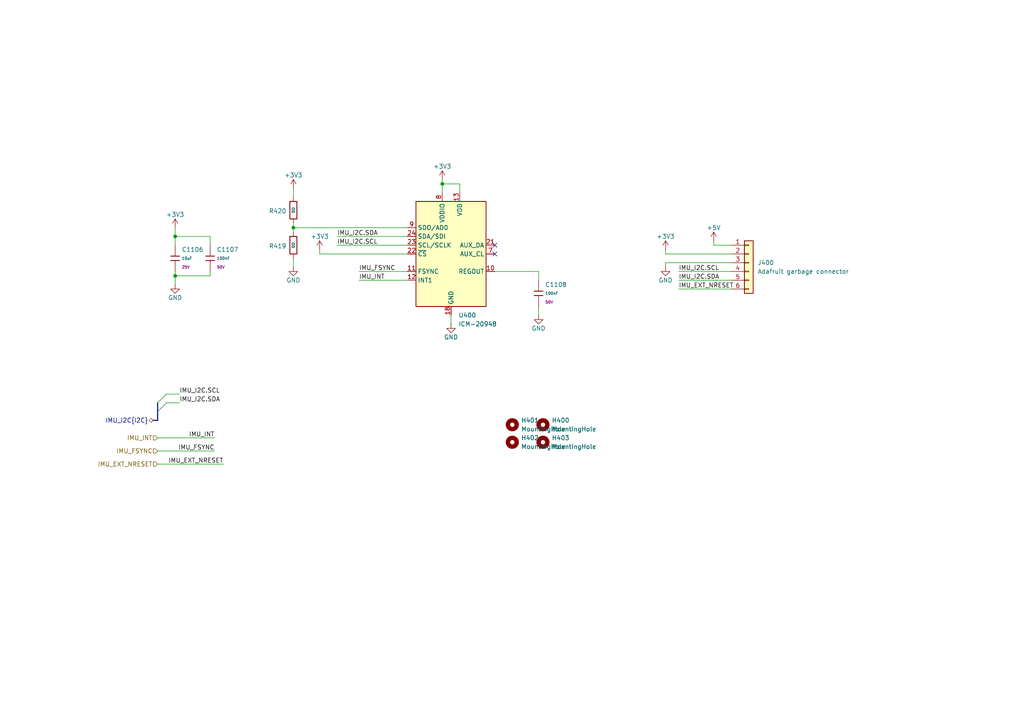
<source format=kicad_sch>
(kicad_sch (version 20250114) (generator "eeschema") (generator_version "9.0")
  (paper "A4")
  (title_block (title "ModuCard nav module") (date "2025-04-20") (comment 1 "Base project authors: Dominik Pluta, Artem Horiunov") (comment 2 "Project author: Patryk Dudziński"))
  (lib_symbols
    (symbol "Connector_Generic:Conn_01x06" (pin_names (offset 1.016) (hide yes))
      (property "Reference" "J" (at 0 7.62 0))
      (property "Value" "Conn_01x06" (at 0 -10.16 0))
      (symbol "Conn_01x06_1_1"
        (rectangle (start -1.27 6.35) (end 1.27 -8.89) (stroke (width 0.254)) (fill (type background)))
        (rectangle (start -1.27 5.207) (end 0 4.953) (stroke (width 0.1524)))
        (rectangle (start -1.27 2.667) (end 0 2.413) (stroke (width 0.1524)))
        (rectangle (start -1.27 0.127) (end 0 -0.127) (stroke (width 0.1524)))
        (rectangle (start -1.27 -2.413) (end 0 -2.667) (stroke (width 0.1524)))
        (rectangle (start -1.27 -4.953) (end 0 -5.207) (stroke (width 0.1524)))
        (rectangle (start -1.27 -7.493) (end 0 -7.747) (stroke (width 0.1524)))
        (pin passive line (at -5.08 5.08 0) (length 3.81) (name "Pin_1") (number "1"))
        (pin passive line (at -5.08 2.54 0) (length 3.81) (name "Pin_2") (number "2"))
        (pin passive line (at -5.08 0 0) (length 3.81) (name "Pin_3") (number "3"))
        (pin passive line (at -5.08 -2.54 0) (length 3.81) (name "Pin_4") (number "4"))
        (pin passive line (at -5.08 -5.08 0) (length 3.81) (name "Pin_5") (number "5"))
        (pin passive line (at -5.08 -7.62 0) (length 3.81) (name "Pin_6") (number "6"))
      )
    )
    (symbol "Mechanical:MountingHole" (pin_names (offset 1.016)) (in_bom no)
      (property "Reference" "H" (at 0 5.08 0))
      (property "Value" "MountingHole" (at 0 3.175 0))
      (symbol "MountingHole_0_1"
        (circle (center 0 0) (radius 1.27) (stroke (width 1.27)))
      )
    )
    (symbol "PCM_JLCPCB-Capacitors:0402,100nF,(2)" (pin_numbers (hide yes)) (pin_names (offset 0))
      (property "Reference" "C" (at 2.032 1.668 0))
      (property "Value" "100nF" (at 2.032 -0.3782 0))
      (property "Voltage Rated" "50V" (at 2.032 -2.0462 0))
      (symbol "0402,100nF,(2)_0_1"
        (polyline (pts (xy -1.27 0.635) (xy 1.27 0.635)) (stroke (width 0.254)))
        (polyline (pts (xy -1.27 -0.635) (xy 1.27 -0.635)) (stroke (width 0.254)))
      )
      (symbol "0402,100nF,(2)_1_1"
        (pin passive line (at 0 3.81 270) (length 3.175) (name "~") (number "1"))
        (pin passive line (at 0 -3.81 90) (length 3.175) (name "~") (number "2"))
      )
    )
    (symbol "PCM_JLCPCB-Capacitors:0603,10uF,(2)" (pin_numbers (hide yes)) (pin_names (offset 0))
      (property "Reference" "C" (at 2.032 1.668 0))
      (property "Value" "10uF" (at 2.032 -0.3782 0))
      (property "Voltage Rated" "25V" (at 2.032 -2.0462 0))
      (symbol "0603,10uF,(2)_0_1"
        (polyline (pts (xy -1.27 0.635) (xy 1.27 0.635)) (stroke (width 0.254)))
        (polyline (pts (xy -1.27 -0.635) (xy 1.27 -0.635)) (stroke (width 0.254)))
      )
      (symbol "0603,10uF,(2)_1_1"
        (pin passive line (at 0 3.81 270) (length 3.175) (name "~") (number "1"))
        (pin passive line (at 0 -3.81 90) (length 3.175) (name "~") (number "2"))
      )
    )
    (symbol "PCM_JLCPCB-Resistors:0402,0Ω" (pin_numbers (hide yes)) (pin_names (offset 0))
      (property "Reference" "R" (at 1.778 0 0))
      (property "Value" "0Ω" (at 0 0 90))
      (symbol "0402,0Ω_0_1"
        (rectangle (start -1.016 2.54) (end 1.016 -2.54) (stroke (width 0.254)))
      )
      (symbol "0402,0Ω_1_1"
        (pin passive line (at 0 3.81 270) (length 1.27) (name "~") (number "1"))
        (pin passive line (at 0 -3.81 90) (length 1.27) (name "~") (number "2"))
      )
    )
    (symbol "Sensor_Motion:ICM-20948"
      (property "Reference" "U" (at -11.43 16.51 0))
      (property "Value" "ICM-20948" (at 7.62 -16.51 0))
      (symbol "ICM-20948_0_1"
        (rectangle (start -10.16 15.24) (end 10.16 -15.24) (stroke (width 0.254)) (fill (type background)))
      )
      (symbol "ICM-20948_1_1"
        (pin bidirectional line (at -12.7 7.62 0) (length 2.54) (name "SDO/AD0") (number "9"))
        (pin bidirectional line (at -12.7 5.08 0) (length 2.54) (name "SDA/SDI") (number "24"))
        (pin input line (at -12.7 2.54 0) (length 2.54) (name "SCL/SCLK") (number "23"))
        (pin input line (at -12.7 0 0) (length 2.54) (name "~{CS}") (number "22"))
        (pin input line (at -12.7 -5.08 0) (length 2.54) (name "FSYNC") (number "11"))
        (pin output line (at -12.7 -7.62 0) (length 2.54) (name "INT1") (number "12"))
        (pin no_connect line (at -10.16 12.7 0) (length 2.54) (hide yes) (name "NC") (number "1"))
        (pin no_connect line (at -10.16 10.16 0) (length 2.54) (hide yes) (name "NC") (number "2"))
        (pin no_connect line (at -10.16 -2.54 0) (length 2.54) (hide yes) (name "NC") (number "3"))
        (pin no_connect line (at -10.16 -10.16 0) (length 2.54) (hide yes) (name "NC") (number "4"))
        (pin no_connect line (at -10.16 -12.7 0) (length 2.54) (hide yes) (name "NC") (number "5"))
        (pin power_in line (at -2.54 17.78 270) (length 2.54) (name "VDDIO") (number "8"))
        (pin power_in line (at 0 -17.78 90) (length 2.54) (name "GND") (number "18"))
        (pin passive line (at 0 -17.78 90) (length 2.54) (hide yes) (name "GND") (number "20"))
        (pin power_in line (at 2.54 17.78 270) (length 2.54) (name "VDD") (number "13"))
        (pin no_connect line (at 10.16 10.16 180) (length 2.54) (hide yes) (name "NC") (number "6"))
        (pin no_connect line (at 10.16 7.62 180) (length 2.54) (hide yes) (name "NC") (number "14"))
        (pin no_connect line (at 10.16 5.08 180) (length 2.54) (hide yes) (name "NC") (number "15"))
        (pin no_connect line (at 10.16 -7.62 180) (length 2.54) (hide yes) (name "NC") (number "16"))
        (pin no_connect line (at 10.16 -10.16 180) (length 2.54) (hide yes) (name "NC") (number "17"))
        (pin no_connect line (at 10.16 -12.7 180) (length 2.54) (hide yes) (name "RESV") (number "19"))
        (pin bidirectional line (at 12.7 2.54 180) (length 2.54) (name "AUX_DA") (number "21"))
        (pin output line (at 12.7 0 180) (length 2.54) (name "AUX_CL") (number "7"))
        (pin passive line (at 12.7 -5.08 180) (length 2.54) (name "REGOUT") (number "10"))
      )
    )
    (symbol "power:+5V" (power) (pin_numbers (hide yes)) (pin_names (offset 0) (hide yes))
      (property "Value" "+5V" (at 0 3.556 0))
      (symbol "+5V_0_1"
        (polyline (pts (xy -0.762 1.27) (xy 0 2.54)))
        (polyline (pts (xy 0 2.54) (xy 0.762 1.27)))
        (polyline (pts (xy 0 0) (xy 0 2.54)))
      )
      (symbol "+5V_1_1"
        (pin power_in line (at 0 0 90) (length 0) (name "~") (number "1"))
      )
    )
    (symbol "power:GND" (power) (pin_numbers (hide yes)) (pin_names (offset 0) (hide yes))
      (property "Value" "GND" (at 0 -3.81 0))
      (symbol "GND_0_1"
        (polyline (pts (xy 0 0) (xy 0 -1.27) (xy 1.27 -1.27) (xy 0 -2.54) (xy -1.27 -1.27) (xy 0 -1.27)))
      )
      (symbol "GND_1_1"
        (pin power_in line (at 0 0 270) (length 0) (name "~") (number "1"))
      )
    )
  )
  (junction (at 85.09 66.04))
  (junction (at 50.8 68.58))
  (junction (at 128.27 53.34))
  (junction (at 50.8 80.01))
  (no_connect (at 143.51 73.66))
  (no_connect (at 143.51 71.12))
  (bus_entry (at 45.72 116.84) (size 2.54 -2.54))
  (bus_entry (at 45.72 119.38) (size 2.54 -2.54))
  (wire (pts (xy 128.27 53.34) (xy 133.35 53.34)))
  (wire (pts (xy 118.11 66.04) (xy 85.09 66.04)))
  (bus (pts (xy 45.72 116.84) (xy 45.72 119.38)))
  (wire (pts (xy 60.96 68.58) (xy 60.96 71.12)))
  (wire (pts (xy 193.04 76.2) (xy 212.09 76.2)))
  (wire (pts (xy 104.14 81.28) (xy 118.11 81.28)))
  (wire (pts (xy 130.81 91.44) (xy 130.81 93.98)))
  (wire (pts (xy 156.21 88.9) (xy 156.21 91.44)))
  (wire (pts (xy 193.04 72.39) (xy 193.04 73.66)))
  (wire (pts (xy 50.8 80.01) (xy 50.8 82.55)))
  (wire (pts (xy 45.72 130.81) (xy 62.23 130.81)))
  (wire (pts (xy 45.72 127) (xy 62.23 127)))
  (wire (pts (xy 133.35 55.88) (xy 133.35 53.34)))
  (wire (pts (xy 92.71 73.66) (xy 118.11 73.66)))
  (wire (pts (xy 156.21 78.74) (xy 143.51 78.74)))
  (bus (pts (xy 44.45 121.92) (xy 45.72 121.92)))
  (wire (pts (xy 92.71 72.39) (xy 92.71 73.66)))
  (wire (pts (xy 85.09 74.93) (xy 85.09 77.47)))
  (wire (pts (xy 48.26 114.3) (xy 52.07 114.3)))
  (wire (pts (xy 85.09 54.61) (xy 85.09 57.15)))
  (wire (pts (xy 48.26 116.84) (xy 52.07 116.84)))
  (wire (pts (xy 207.01 69.85) (xy 207.01 71.12)))
  (wire (pts (xy 50.8 80.01) (xy 60.96 80.01)))
  (wire (pts (xy 196.85 83.82) (xy 212.09 83.82)))
  (wire (pts (xy 50.8 78.74) (xy 50.8 80.01)))
  (wire (pts (xy 50.8 66.04) (xy 50.8 68.58)))
  (wire (pts (xy 97.79 71.12) (xy 118.11 71.12)))
  (wire (pts (xy 196.85 78.74) (xy 212.09 78.74)))
  (wire (pts (xy 97.79 68.58) (xy 118.11 68.58)))
  (wire (pts (xy 104.14 78.74) (xy 118.11 78.74)))
  (wire (pts (xy 60.96 78.74) (xy 60.96 80.01)))
  (wire (pts (xy 45.72 134.62) (xy 64.77 134.62)))
  (bus (pts (xy 45.72 119.38) (xy 45.72 121.92)))
  (wire (pts (xy 196.85 81.28) (xy 212.09 81.28)))
  (wire (pts (xy 85.09 64.77) (xy 85.09 66.04)))
  (wire (pts (xy 85.09 67.31) (xy 85.09 66.04)))
  (wire (pts (xy 60.96 68.58) (xy 50.8 68.58)))
  (wire (pts (xy 128.27 53.34) (xy 128.27 55.88)))
  (wire (pts (xy 50.8 68.58) (xy 50.8 71.12)))
  (wire (pts (xy 193.04 73.66) (xy 212.09 73.66)))
  (wire (pts (xy 128.27 52.07) (xy 128.27 53.34)))
  (wire (pts (xy 156.21 78.74) (xy 156.21 81.28)))
  (wire (pts (xy 212.09 71.12) (xy 207.01 71.12)))
  (wire (pts (xy 193.04 77.47) (xy 193.04 76.2)))
  (label "IMU_EXT_NRESET" (at 196.85 83.82 0))
  (label "IMU_FSYNC" (at 62.23 130.81 180))
  (label "IMU_I2C.SCL" (at 97.79 71.12 0))
  (label "IMU_I2C.SCL" (at 196.85 78.74 0))
  (label "IMU_EXT_NRESET" (at 64.77 134.62 180))
  (label "IMU_I2C.SDA" (at 97.79 68.58 0))
  (label "IMU_FSYNC" (at 104.14 78.74 0))
  (label "IMU_I2C.SDA" (at 52.07 116.84 0))
  (label "IMU_INT" (at 104.14 81.28 0))
  (label "IMU_I2C.SDA" (at 196.85 81.28 0))
  (label "IMU_INT" (at 62.23 127 180))
  (label "IMU_I2C.SCL" (at 52.07 114.3 0))
  (hierarchical_label "IMU_EXT_NRESET" (shape input) (at 45.72 134.62 180))
  (hierarchical_label "IMU_INT" (shape input) (at 45.72 127 180))
  (hierarchical_label "IMU_FSYNC" (shape input) (at 45.72 130.81 180))
  (hierarchical_label "IMU_I2C{I2C}" (shape bidirectional) (at 44.45 121.92 180))
  (symbol (lib_id "Connector_Generic:Conn_01x06") (at 217.17 76.2 0) (unit 1)
    (property "Reference" "J400" (at 219.71 76.1999 0) (effects (justify left)))
    (property "Value" "Adafruit garbage connector" (at 219.71 78.7399 0) (effects (justify left)))
    (property "Footprint" "Connector_Molex:Molex_KK-254_AE-6410-06A_1x06_P2.54mm_Vertical" (effects (hide yes)))
    (property "Description" "Generic connector, single row, 01x06, script generated (kicad-library-utils/schlib/autogen/connector/)" (effects (hide yes)))
  )
  (symbol (lib_id "Mechanical:MountingHole") (at 157.48 128.27 0) (unit 1) (in_bom no)
    (property "Reference" "H403" (at 160.02 126.9999 0) (effects (justify left)))
    (property "Value" "MountingHole" (at 160.02 129.5399 0) (effects (justify left)))
    (property "Footprint" "MountingHole:MountingHole_3.5mm" (effects (hide yes)))
    (property "Description" "Mounting Hole without connection" (effects (hide yes)))
  )
  (symbol (lib_id "Mechanical:MountingHole") (at 148.59 128.27 0) (unit 1) (in_bom no)
    (property "Reference" "H402" (at 151.13 126.9999 0) (effects (justify left)))
    (property "Value" "MountingHole" (at 151.13 129.5399 0) (effects (justify left)))
    (property "Footprint" "MountingHole:MountingHole_3.5mm" (effects (hide yes)))
    (property "Description" "Mounting Hole without connection" (effects (hide yes)))
  )
  (symbol (lib_id "power:+5V") (at 92.71 72.39 0) (unit 1)
    (property "Reference" "#PWR01116" (effects (hide yes)))
    (property "Value" "+3V3" (at 92.71 68.58 0))
    (property "Description" "Power symbol creates a global label with name \"+5V\"" (effects (hide yes)))
  )
  (symbol (lib_id "PCM_JLCPCB-Resistors:0402,0Ω") (at 85.09 60.96 0) (unit 1)
    (property "Reference" "R420" (at 77.978 61.214 0) (effects (justify left)))
    (property "Value" "0Ω" (at 85.09 60.96 90) (effects (font (size 0.8 0.8))))
    (property "Footprint" "PCM_JLCPCB:R_0402" (effects (hide yes)))
    (property "Datasheet" "https://www.lcsc.com/datasheet/lcsc_datasheet_2206010216_UNI-ROYAL-Uniroyal-Elec-0402WGF0000TCE_C17168.pdf" (effects (hide yes)))
    (property "Description" "62.5mW Thick Film Resistors 50V ±800ppm/°C ±1% 0Ω 0402 Chip Resistor - Surface Mount ROHS" (effects (hide yes)))
    (property "LCSC" "C17168" (effects (hide yes)))
    (property "Stock" "3798123" (effects (hide yes)))
    (property "Price" "0.004USD" (effects (hide yes)))
    (property "Process" "SMT" (effects (hide yes)))
    (property "Minimum Qty" "20" (effects (hide yes)))
    (property "Attrition Qty" "10" (effects (hide yes)))
    (property "Class" "Basic Component" (effects (hide yes)))
    (property "Category" "Resistors,Chip Resistor - Surface Mount" (effects (hide yes)))
    (property "Manufacturer" "UNI-ROYAL(Uniroyal Elec)" (effects (hide yes)))
    (property "Part" "0402WGF0000TCE" (effects (hide yes)))
    (property "Resistance" "0Ω" (effects (hide yes)))
    (property "Power(Watts)" "62.5mW" (effects (hide yes)))
    (property "Type" "Thick Film Resistors" (effects (hide yes)))
    (property "Overload Voltage (Max)" "50V" (effects (hide yes)))
    (property "Operating Temperature Range" "-55°C~+155°C" (effects (hide yes)))
    (property "Tolerance" "±1%" (effects (hide yes)))
    (property "Temperature Coefficient" "±800ppm/°C" (effects (hide yes)))
  )
  (symbol (lib_id "PCM_JLCPCB-Capacitors:0603,10uF,(2)") (at 50.8 74.93 0) (unit 1)
    (property "Reference" "C1106" (at 52.705 72.39 0) (effects (justify left)))
    (property "Value" "10uF" (at 52.705 74.9301 0) (effects (font (size 0.8 0.8)) (justify left)))
    (property "Footprint" "PCM_JLCPCB:C_0603" (effects (hide yes)))
    (property "Datasheet" "https://www.lcsc.com/datasheet/lcsc_datasheet_2304140030_Samsung-Electro-Mechanics-CL10A106MA8NRNC_C96446.pdf" (effects (hide yes)))
    (property "Description" "25V 10uF X5R ±20% 0603 Multilayer Ceramic Capacitors MLCC - SMD/SMT ROHS" (effects (hide yes)))
    (property "LCSC" "C96446" (effects (hide yes)))
    (property "Stock" "4293394" (effects (hide yes)))
    (property "Price" "0.017USD" (effects (hide yes)))
    (property "Process" "SMT" (effects (hide yes)))
    (property "Minimum Qty" "20" (effects (hide yes)))
    (property "Attrition Qty" "8" (effects (hide yes)))
    (property "Class" "Basic Component" (effects (hide yes)))
    (property "Category" "Capacitors,Multilayer Ceramic Capacitors MLCC - SMD/SMT" (effects (hide yes)))
    (property "Manufacturer" "Samsung Electro-Mechanics" (effects (hide yes)))
    (property "Part" "CL10A106MA8NRNC" (effects (hide yes)))
    (property "Voltage Rated" "25V" (at 52.705 77.4701 0) (effects (font (size 0.8 0.8)) (justify left)))
    (property "Tolerance" "±20%" (effects (hide yes)))
    (property "Capacitance" "10uF" (effects (hide yes)))
    (property "Temperature Coefficient" "X5R" (effects (hide yes)))
  )
  (symbol (lib_id "PCM_JLCPCB-Capacitors:0402,100nF,(2)") (at 156.21 85.09 0) (unit 1)
    (property "Reference" "C1108" (at 158.115 82.5499 0) (effects (justify left)))
    (property "Value" "100nF" (at 158.115 85.09 0) (effects (font (size 0.8 0.8)) (justify left)))
    (property "Footprint" "PCM_JLCPCB:C_0402" (effects (hide yes)))
    (property "Datasheet" "https://www.lcsc.com/datasheet/lcsc_datasheet_2304140030_Samsung-Electro-Mechanics-CL05B104KB54PNC_C307331.pdf" (effects (hide yes)))
    (property "Description" "50V 100nF X7R ±10% 0402 Multilayer Ceramic Capacitors MLCC - SMD/SMT ROHS" (effects (hide yes)))
    (property "LCSC" "C307331" (effects (hide yes)))
    (property "Stock" "5427590" (effects (hide yes)))
    (property "Price" "0.008USD" (effects (hide yes)))
    (property "Process" "SMT" (effects (hide yes)))
    (property "Minimum Qty" "20" (effects (hide yes)))
    (property "Attrition Qty" "10" (effects (hide yes)))
    (property "Class" "Basic Component" (effects (hide yes)))
    (property "Category" "Capacitors,Multilayer Ceramic Capacitors MLCC - SMD/SMT" (effects (hide yes)))
    (property "Manufacturer" "Samsung Electro-Mechanics" (effects (hide yes)))
    (property "Part" "CL05B104KB54PNC" (effects (hide yes)))
    (property "Voltage Rated" "50V" (at 158.115 87.63 0) (effects (font (size 0.8 0.8)) (justify left)))
    (property "Tolerance" "±10%" (effects (hide yes)))
    (property "Capacitance" "100nF" (effects (hide yes)))
    (property "Temperature Coefficient" "X7R" (effects (hide yes)))
  )
  (symbol (lib_id "power:GND") (at 85.09 77.47 0) (unit 1)
    (property "Reference" "#PWR01120" (effects (hide yes)))
    (property "Value" "GND" (at 85.09 81.28 0))
    (property "Description" "Power symbol creates a global label with name \"GND\" , ground" (effects (hide yes)))
  )
  (symbol (lib_id "Sensor_Motion:ICM-20948") (at 130.81 73.66 0) (unit 1)
    (property "Reference" "U400" (at 132.9533 91.44 0) (effects (justify left)))
    (property "Value" "ICM-20948" (at 132.9533 93.98 0) (effects (justify left)))
    (property "Footprint" "Sensor_Motion:InvenSense_QFN-24_3x3mm_P0.4mm" (effects (hide yes)))
    (property "Datasheet" "http://www.invensense.com/wp-content/uploads/2016/06/DS-000189-ICM-20948-v1.3.pdf" (effects (hide yes)))
    (property "Description" "InvenSense 9-Axis Motion Sensor, Accelerometer, Gyroscope, Compass, I2C/SPI, QFN-24" (effects (hide yes)))
  )
  (symbol (lib_id "power:+5V") (at 128.27 52.07 0) (unit 1)
    (property "Reference" "#PWR0471" (effects (hide yes)))
    (property "Value" "+3V3" (at 128.27 48.26 0))
    (property "Description" "Power symbol creates a global label with name \"+5V\"" (effects (hide yes)))
  )
  (symbol (lib_id "PCM_JLCPCB-Capacitors:0402,100nF,(2)") (at 60.96 74.93 0) (unit 1)
    (property "Reference" "C1107" (at 62.865 72.3899 0) (effects (justify left)))
    (property "Value" "100nF" (at 62.865 74.93 0) (effects (font (size 0.8 0.8)) (justify left)))
    (property "Footprint" "PCM_JLCPCB:C_0402" (effects (hide yes)))
    (property "Datasheet" "https://www.lcsc.com/datasheet/lcsc_datasheet_2304140030_Samsung-Electro-Mechanics-CL05B104KB54PNC_C307331.pdf" (effects (hide yes)))
    (property "Description" "50V 100nF X7R ±10% 0402 Multilayer Ceramic Capacitors MLCC - SMD/SMT ROHS" (effects (hide yes)))
    (property "LCSC" "C307331" (effects (hide yes)))
    (property "Stock" "5427590" (effects (hide yes)))
    (property "Price" "0.008USD" (effects (hide yes)))
    (property "Process" "SMT" (effects (hide yes)))
    (property "Minimum Qty" "20" (effects (hide yes)))
    (property "Attrition Qty" "10" (effects (hide yes)))
    (property "Class" "Basic Component" (effects (hide yes)))
    (property "Category" "Capacitors,Multilayer Ceramic Capacitors MLCC - SMD/SMT" (effects (hide yes)))
    (property "Manufacturer" "Samsung Electro-Mechanics" (effects (hide yes)))
    (property "Part" "CL05B104KB54PNC" (effects (hide yes)))
    (property "Voltage Rated" "50V" (at 62.865 77.47 0) (effects (font (size 0.8 0.8)) (justify left)))
    (property "Tolerance" "±10%" (effects (hide yes)))
    (property "Capacitance" "100nF" (effects (hide yes)))
    (property "Temperature Coefficient" "X7R" (effects (hide yes)))
  )
  (symbol (lib_id "power:+5V") (at 193.04 72.39 0) (unit 1)
    (property "Reference" "#PWR0472" (effects (hide yes)))
    (property "Value" "+3V3" (at 193.04 68.58 0))
    (property "Description" "Power symbol creates a global label with name \"+5V\"" (effects (hide yes)))
  )
  (symbol (lib_id "power:+5V") (at 207.01 69.85 0) (unit 1)
    (property "Reference" "#PWR0311" (effects (hide yes)))
    (property "Value" "+5V" (at 207.01 66.04 0))
    (property "Description" "Power symbol creates a global label with name \"+5V\"" (effects (hide yes)))
  )
  (symbol (lib_id "power:GND") (at 130.81 93.98 0) (unit 1)
    (property "Reference" "#PWR01117" (effects (hide yes)))
    (property "Value" "GND" (at 130.81 97.79 0))
    (property "Description" "Power symbol creates a global label with name \"GND\" , ground" (effects (hide yes)))
  )
  (symbol (lib_id "PCM_JLCPCB-Resistors:0402,0Ω") (at 85.09 71.12 0) (unit 1)
    (property "Reference" "R419" (at 77.978 71.374 0) (effects (justify left)))
    (property "Value" "0Ω" (at 85.09 71.12 90) (effects (font (size 0.8 0.8))))
    (property "Footprint" "PCM_JLCPCB:R_0402" (effects (hide yes)))
    (property "Datasheet" "https://www.lcsc.com/datasheet/lcsc_datasheet_2206010216_UNI-ROYAL-Uniroyal-Elec-0402WGF0000TCE_C17168.pdf" (effects (hide yes)))
    (property "Description" "62.5mW Thick Film Resistors 50V ±800ppm/°C ±1% 0Ω 0402 Chip Resistor - Surface Mount ROHS" (effects (hide yes)))
    (property "LCSC" "C17168" (effects (hide yes)))
    (property "Stock" "3798123" (effects (hide yes)))
    (property "Price" "0.004USD" (effects (hide yes)))
    (property "Process" "SMT" (effects (hide yes)))
    (property "Minimum Qty" "20" (effects (hide yes)))
    (property "Attrition Qty" "10" (effects (hide yes)))
    (property "Class" "Basic Component" (effects (hide yes)))
    (property "Category" "Resistors,Chip Resistor - Surface Mount" (effects (hide yes)))
    (property "Manufacturer" "UNI-ROYAL(Uniroyal Elec)" (effects (hide yes)))
    (property "Part" "0402WGF0000TCE" (effects (hide yes)))
    (property "Resistance" "0Ω" (effects (hide yes)))
    (property "Power(Watts)" "62.5mW" (effects (hide yes)))
    (property "Type" "Thick Film Resistors" (effects (hide yes)))
    (property "Overload Voltage (Max)" "50V" (effects (hide yes)))
    (property "Operating Temperature Range" "-55°C~+155°C" (effects (hide yes)))
    (property "Tolerance" "±1%" (effects (hide yes)))
    (property "Temperature Coefficient" "±800ppm/°C" (effects (hide yes)))
  )
  (symbol (lib_id "power:GND") (at 156.21 91.44 0) (unit 1)
    (property "Reference" "#PWR01118" (effects (hide yes)))
    (property "Value" "GND" (at 156.21 95.25 0))
    (property "Description" "Power symbol creates a global label with name \"GND\" , ground" (effects (hide yes)))
  )
  (symbol (lib_id "Mechanical:MountingHole") (at 157.48 123.19 0) (unit 1) (in_bom no)
    (property "Reference" "H400" (at 160.02 121.9199 0) (effects (justify left)))
    (property "Value" "MountingHole" (at 160.02 124.4599 0) (effects (justify left)))
    (property "Footprint" "MountingHole:MountingHole_3.5mm" (effects (hide yes)))
    (property "Description" "Mounting Hole without connection" (effects (hide yes)))
  )
  (symbol (lib_id "Mechanical:MountingHole") (at 148.59 123.19 0) (unit 1) (in_bom no)
    (property "Reference" "H401" (at 151.13 121.9199 0) (effects (justify left)))
    (property "Value" "MountingHole" (at 151.13 124.4599 0) (effects (justify left)))
    (property "Footprint" "MountingHole:MountingHole_3.5mm" (effects (hide yes)))
    (property "Description" "Mounting Hole without connection" (effects (hide yes)))
  )
  (symbol (lib_id "power:GND") (at 50.8 82.55 0) (unit 1)
    (property "Reference" "#PWR01114" (effects (hide yes)))
    (property "Value" "GND" (at 50.8 86.36 0))
    (property "Description" "Power symbol creates a global label with name \"GND\" , ground" (effects (hide yes)))
  )
  (symbol (lib_id "power:+5V") (at 85.09 54.61 0) (unit 1)
    (property "Reference" "#PWR01119" (effects (hide yes)))
    (property "Value" "+3V3" (at 85.09 50.8 0))
    (property "Description" "Power symbol creates a global label with name \"+5V\"" (effects (hide yes)))
  )
  (symbol (lib_id "power:GND") (at 193.04 77.47 0) (unit 1)
    (property "Reference" "#PWR01122" (effects (hide yes)))
    (property "Value" "GND" (at 193.04 81.28 0))
    (property "Description" "Power symbol creates a global label with name \"GND\" , ground" (effects (hide yes)))
  )
  (symbol (lib_id "power:+5V") (at 50.8 66.04 0) (unit 1)
    (property "Reference" "#PWR01113" (effects (hide yes)))
    (property "Value" "+3V3" (at 50.8 62.23 0))
    (property "Description" "Power symbol creates a global label with name \"+5V\"" (effects (hide yes)))
  )
)
</source>
